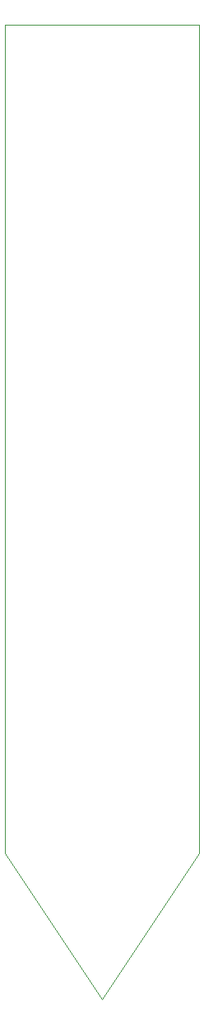
<source format=gbr>
G04 #@! TF.GenerationSoftware,KiCad,Pcbnew,(5.1.4-0-10_14)*
G04 #@! TF.CreationDate,2020-12-31T20:51:25-07:00*
G04 #@! TF.ProjectId,Moisture-Sensor,4d6f6973-7475-4726-952d-53656e736f72,rev?*
G04 #@! TF.SameCoordinates,Original*
G04 #@! TF.FileFunction,Profile,NP*
%FSLAX46Y46*%
G04 Gerber Fmt 4.6, Leading zero omitted, Abs format (unit mm)*
G04 Created by KiCad (PCBNEW (5.1.4-0-10_14)) date 2020-12-31 20:51:25*
%MOMM*%
%LPD*%
G04 APERTURE LIST*
%ADD10C,0.050000*%
G04 APERTURE END LIST*
D10*
X110000000Y-150000000D02*
X120000000Y-135000000D01*
X100000000Y-135000000D02*
X110000000Y-150000000D01*
X120000000Y-50000000D02*
X120000000Y-135000000D01*
X100000000Y-50000000D02*
X100000000Y-135000000D01*
X100000000Y-50000000D02*
X120000000Y-50000000D01*
M02*

</source>
